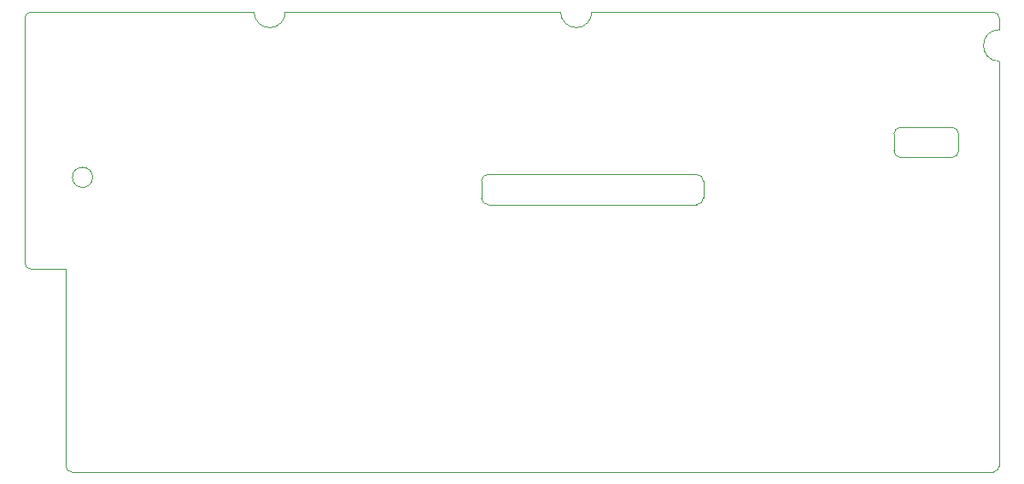
<source format=gm1>
G04 #@! TF.GenerationSoftware,KiCad,Pcbnew,(6.0.4)*
G04 #@! TF.CreationDate,2022-05-11T13:02:33+08:00*
G04 #@! TF.ProjectId,A133CoreDK-LCDdeck,41313333-436f-4726-9544-4b2d4c434464,rev?*
G04 #@! TF.SameCoordinates,Original*
G04 #@! TF.FileFunction,Profile,NP*
%FSLAX46Y46*%
G04 Gerber Fmt 4.6, Leading zero omitted, Abs format (unit mm)*
G04 Created by KiCad (PCBNEW (6.0.4)) date 2022-05-11 13:02:33*
%MOMM*%
%LPD*%
G01*
G04 APERTURE LIST*
G04 #@! TA.AperFunction,Profile*
%ADD10C,0.100000*%
G04 #@! TD*
G04 APERTURE END LIST*
D10*
X179800300Y-75184000D02*
G75*
G03*
X180460650Y-75844400I660400J0D01*
G01*
X160248600Y-80518000D02*
X139573000Y-80518000D01*
X190246000Y-63169800D02*
G75*
G03*
X190246000Y-66294000I0J-1562100D01*
G01*
X180460650Y-72847150D02*
G75*
G03*
X179800250Y-73507600I50J-660450D01*
G01*
X160909000Y-78181200D02*
G75*
G03*
X160248600Y-77520800I-660400J0D01*
G01*
X179800250Y-75184000D02*
X179800250Y-73507600D01*
X189636400Y-61417200D02*
X149860000Y-61391800D01*
X139573000Y-77520800D02*
G75*
G03*
X138912600Y-78181200I0J-660400D01*
G01*
X138912600Y-79857600D02*
G75*
G03*
X139573000Y-80518000I660400J0D01*
G01*
X93649800Y-86309200D02*
X93649800Y-62026800D01*
X160909000Y-78181200D02*
X160909000Y-79857600D01*
X190246000Y-66294000D02*
X190246000Y-106426000D01*
X189636400Y-107035600D02*
G75*
G03*
X190246000Y-106426000I0J609600D01*
G01*
X97688400Y-106426000D02*
X97688400Y-86918800D01*
X185553350Y-75844400D02*
X180460650Y-75844400D01*
X146760992Y-61417200D02*
G75*
G03*
X149860000Y-61391800I1549608J0D01*
G01*
X160248600Y-80518000D02*
G75*
G03*
X160909000Y-79857600I0J660400D01*
G01*
X93649800Y-86309200D02*
G75*
G03*
X94259400Y-86918800I609600J0D01*
G01*
X97688400Y-106426000D02*
G75*
G03*
X98298000Y-107035600I609600J0D01*
G01*
X138912600Y-79857600D02*
X138912600Y-78181200D01*
X190246000Y-62026800D02*
G75*
G03*
X189636400Y-61417200I-609600J0D01*
G01*
X190246000Y-63169800D02*
X190246000Y-62026800D01*
X94259400Y-86918800D02*
X97688400Y-86918800D01*
X98298000Y-107035600D02*
X189636400Y-107035600D01*
X180460650Y-72847200D02*
X185553350Y-72847200D01*
X116369892Y-61417044D02*
X94259400Y-61417200D01*
X146760992Y-61417200D02*
X119468900Y-61391644D01*
X100364800Y-77809600D02*
G75*
G03*
X100364800Y-77809600I-1000000J0D01*
G01*
X186213700Y-73507600D02*
G75*
G03*
X185553350Y-72847200I-660400J0D01*
G01*
X94259400Y-61417200D02*
G75*
G03*
X93649800Y-62026800I0J-609600D01*
G01*
X116369893Y-61417044D02*
G75*
G03*
X119468900Y-61391644I1549607J44D01*
G01*
X186213750Y-73507600D02*
X186213750Y-75184000D01*
X185553350Y-75844450D02*
G75*
G03*
X186213750Y-75184000I-50J660450D01*
G01*
X139573000Y-77520800D02*
X160248600Y-77520800D01*
M02*

</source>
